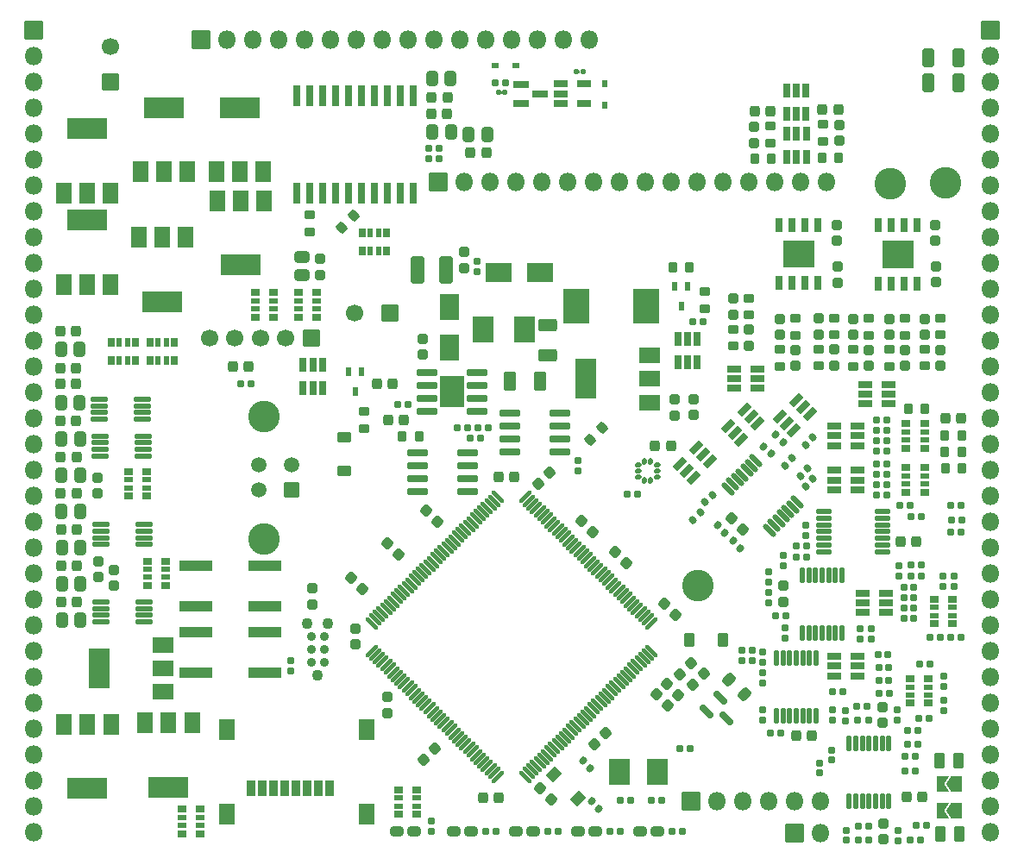
<source format=gbr>
%TF.GenerationSoftware,KiCad,Pcbnew,(6.0.1)*%
%TF.CreationDate,2023-04-04T00:04:59+01:00*%
%TF.ProjectId,polygonus-Shortage-Version,706f6c79-676f-46e7-9573-2d53686f7274,rev?*%
%TF.SameCoordinates,Original*%
%TF.FileFunction,Soldermask,Top*%
%TF.FilePolarity,Negative*%
%FSLAX46Y46*%
G04 Gerber Fmt 4.6, Leading zero omitted, Abs format (unit mm)*
G04 Created by KiCad (PCBNEW (6.0.1)) date 2023-04-04 00:04:59*
%MOMM*%
%LPD*%
G01*
G04 APERTURE LIST*
G04 Aperture macros list*
%AMRoundRect*
0 Rectangle with rounded corners*
0 $1 Rounding radius*
0 $2 $3 $4 $5 $6 $7 $8 $9 X,Y pos of 4 corners*
0 Add a 4 corners polygon primitive as box body*
4,1,4,$2,$3,$4,$5,$6,$7,$8,$9,$2,$3,0*
0 Add four circle primitives for the rounded corners*
1,1,$1+$1,$2,$3*
1,1,$1+$1,$4,$5*
1,1,$1+$1,$6,$7*
1,1,$1+$1,$8,$9*
0 Add four rect primitives between the rounded corners*
20,1,$1+$1,$2,$3,$4,$5,0*
20,1,$1+$1,$4,$5,$6,$7,0*
20,1,$1+$1,$6,$7,$8,$9,0*
20,1,$1+$1,$8,$9,$2,$3,0*%
%AMFreePoly0*
4,1,16,0.533941,0.783941,0.539938,0.776626,1.039938,0.026626,1.047068,-0.009414,1.039938,-0.026626,0.539938,-0.776626,0.509414,-0.797068,0.500000,-0.798000,-0.500000,-0.798000,-0.533941,-0.783941,-0.548000,-0.750000,-0.548000,0.750000,-0.533941,0.783941,-0.500000,0.798000,0.500000,0.798000,0.533941,0.783941,0.533941,0.783941,$1*%
%AMFreePoly1*
4,1,16,0.533941,0.783941,0.548000,0.750000,0.548000,-0.750000,0.533941,-0.783941,0.500000,-0.798000,-0.650000,-0.798000,-0.683941,-0.783941,-0.698000,-0.750000,-0.689938,-0.723374,-0.207689,0.000000,-0.689938,0.723374,-0.697068,0.759414,-0.676626,0.789938,-0.650000,0.798000,0.500000,0.798000,0.533941,0.783941,0.533941,0.783941,$1*%
G04 Aperture macros list end*
%ADD10RoundRect,0.273000X0.250000X-0.225000X0.250000X0.225000X-0.250000X0.225000X-0.250000X-0.225000X0*%
%ADD11RoundRect,0.183000X-0.135000X-0.185000X0.135000X-0.185000X0.135000X0.185000X-0.135000X0.185000X0*%
%ADD12RoundRect,0.183000X0.226274X0.035355X0.035355X0.226274X-0.226274X-0.035355X-0.035355X-0.226274X0*%
%ADD13RoundRect,0.148000X0.100000X-0.637500X0.100000X0.637500X-0.100000X0.637500X-0.100000X-0.637500X0*%
%ADD14RoundRect,0.148000X0.637500X0.100000X-0.637500X0.100000X-0.637500X-0.100000X0.637500X-0.100000X0*%
%ADD15RoundRect,0.048000X-0.325000X0.655000X-0.325000X-0.655000X0.325000X-0.655000X0.325000X0.655000X0*%
%ADD16RoundRect,0.048000X-0.300000X0.655000X-0.300000X-0.655000X0.300000X-0.655000X0.300000X0.655000X0*%
%ADD17RoundRect,0.048000X-0.750000X0.662500X-0.750000X-0.662500X0.750000X-0.662500X0.750000X0.662500X0*%
%ADD18RoundRect,0.273000X-0.250000X0.225000X-0.250000X-0.225000X0.250000X-0.225000X0.250000X0.225000X0*%
%ADD19RoundRect,0.183000X-0.226274X-0.035355X-0.035355X-0.226274X0.226274X0.035355X0.035355X0.226274X0*%
%ADD20RoundRect,0.273000X-0.225000X-0.250000X0.225000X-0.250000X0.225000X0.250000X-0.225000X0.250000X0*%
%ADD21RoundRect,0.273000X0.017678X-0.335876X0.335876X-0.017678X-0.017678X0.335876X-0.335876X0.017678X0*%
%ADD22RoundRect,0.188000X-0.140000X-0.170000X0.140000X-0.170000X0.140000X0.170000X-0.140000X0.170000X0*%
%ADD23RoundRect,0.273000X0.335876X0.017678X0.017678X0.335876X-0.335876X-0.017678X-0.017678X-0.335876X0*%
%ADD24RoundRect,0.273000X-0.335876X-0.017678X-0.017678X-0.335876X0.335876X0.017678X0.017678X0.335876X0*%
%ADD25RoundRect,0.266750X0.424264X0.114905X0.114905X0.424264X-0.424264X-0.114905X-0.114905X-0.424264X0*%
%ADD26RoundRect,0.248000X0.200000X0.275000X-0.200000X0.275000X-0.200000X-0.275000X0.200000X-0.275000X0*%
%ADD27RoundRect,0.048000X0.400000X0.250000X-0.400000X0.250000X-0.400000X-0.250000X0.400000X-0.250000X0*%
%ADD28RoundRect,0.048000X0.400000X0.200000X-0.400000X0.200000X-0.400000X-0.200000X0.400000X-0.200000X0*%
%ADD29RoundRect,0.148000X0.521491X-0.380070X-0.380070X0.521491X-0.521491X0.380070X0.380070X-0.521491X0*%
%ADD30RoundRect,0.048000X-0.250000X0.400000X-0.250000X-0.400000X0.250000X-0.400000X0.250000X0.400000X0*%
%ADD31RoundRect,0.048000X-0.200000X0.400000X-0.200000X-0.400000X0.200000X-0.400000X0.200000X0.400000X0*%
%ADD32RoundRect,0.183000X0.135000X0.185000X-0.135000X0.185000X-0.135000X-0.185000X0.135000X-0.185000X0*%
%ADD33RoundRect,0.273000X0.225000X0.250000X-0.225000X0.250000X-0.225000X-0.250000X0.225000X-0.250000X0*%
%ADD34RoundRect,0.123000X0.521491X-0.415425X-0.415425X0.521491X-0.521491X0.415425X0.415425X-0.521491X0*%
%ADD35RoundRect,0.123000X0.521491X0.415425X0.415425X0.521491X-0.521491X-0.415425X-0.415425X-0.521491X0*%
%ADD36RoundRect,0.298000X-0.325000X-0.650000X0.325000X-0.650000X0.325000X0.650000X-0.325000X0.650000X0*%
%ADD37RoundRect,0.248000X-0.200000X-0.275000X0.200000X-0.275000X0.200000X0.275000X-0.200000X0.275000X0*%
%ADD38RoundRect,0.188000X0.140000X0.170000X-0.140000X0.170000X-0.140000X-0.170000X0.140000X-0.170000X0*%
%ADD39RoundRect,0.048000X0.250000X-0.400000X0.250000X0.400000X-0.250000X0.400000X-0.250000X-0.400000X0*%
%ADD40RoundRect,0.048000X0.200000X-0.400000X0.200000X0.400000X-0.200000X0.400000X-0.200000X-0.400000X0*%
%ADD41RoundRect,0.048000X0.800000X0.800000X-0.800000X0.800000X-0.800000X-0.800000X0.800000X-0.800000X0*%
%ADD42C,1.696000*%
%ADD43RoundRect,0.048000X-1.250000X-0.900000X1.250000X-0.900000X1.250000X0.900000X-1.250000X0.900000X0*%
%ADD44RoundRect,0.048000X-0.400000X-0.250000X0.400000X-0.250000X0.400000X0.250000X-0.400000X0.250000X0*%
%ADD45RoundRect,0.048000X-0.400000X-0.200000X0.400000X-0.200000X0.400000X0.200000X-0.400000X0.200000X0*%
%ADD46RoundRect,0.298000X-0.262500X-0.450000X0.262500X-0.450000X0.262500X0.450000X-0.262500X0.450000X0*%
%ADD47RoundRect,0.148000X0.712500X0.100000X-0.712500X0.100000X-0.712500X-0.100000X0.712500X-0.100000X0*%
%ADD48RoundRect,0.260500X0.400000X0.212500X-0.400000X0.212500X-0.400000X-0.212500X0.400000X-0.212500X0*%
%ADD49RoundRect,0.183000X-0.185000X0.135000X-0.185000X-0.135000X0.185000X-0.135000X0.185000X0.135000X0*%
%ADD50RoundRect,0.248000X-0.275000X0.200000X-0.275000X-0.200000X0.275000X-0.200000X0.275000X0.200000X0*%
%ADD51RoundRect,0.248000X0.275000X-0.200000X0.275000X0.200000X-0.275000X0.200000X-0.275000X-0.200000X0*%
%ADD52RoundRect,0.048000X0.600000X-0.450000X0.600000X0.450000X-0.600000X0.450000X-0.600000X-0.450000X0*%
%ADD53RoundRect,0.298000X0.312500X0.625000X-0.312500X0.625000X-0.312500X-0.625000X0.312500X-0.625000X0*%
%ADD54RoundRect,0.298000X-0.312500X-0.625000X0.312500X-0.625000X0.312500X0.625000X-0.312500X0.625000X0*%
%ADD55C,3.096000*%
%ADD56RoundRect,0.198000X0.150000X-0.512500X0.150000X0.512500X-0.150000X0.512500X-0.150000X-0.512500X0*%
%ADD57RoundRect,0.048000X0.225000X0.350000X-0.225000X0.350000X-0.225000X-0.350000X0.225000X-0.350000X0*%
%ADD58RoundRect,0.183000X0.185000X-0.135000X0.185000X0.135000X-0.185000X0.135000X-0.185000X-0.135000X0*%
%ADD59RoundRect,0.048000X1.250000X-1.650000X1.250000X1.650000X-1.250000X1.650000X-1.250000X-1.650000X0*%
%ADD60RoundRect,0.183000X-0.035355X0.226274X-0.226274X0.035355X0.035355X-0.226274X0.226274X-0.035355X0*%
%ADD61RoundRect,0.183000X0.035355X-0.226274X0.226274X-0.035355X-0.035355X0.226274X-0.226274X0.035355X0*%
%ADD62RoundRect,0.198000X0.512500X0.150000X-0.512500X0.150000X-0.512500X-0.150000X0.512500X-0.150000X0*%
%ADD63RoundRect,0.188000X-0.170000X0.140000X-0.170000X-0.140000X0.170000X-0.140000X0.170000X0.140000X0*%
%ADD64RoundRect,0.188000X0.170000X-0.140000X0.170000X0.140000X-0.170000X0.140000X-0.170000X-0.140000X0*%
%ADD65RoundRect,0.148000X-0.100000X0.637500X-0.100000X-0.637500X0.100000X-0.637500X0.100000X0.637500X0*%
%ADD66RoundRect,0.048000X1.000000X0.750000X-1.000000X0.750000X-1.000000X-0.750000X1.000000X-0.750000X0*%
%ADD67RoundRect,0.048000X1.000000X1.900000X-1.000000X1.900000X-1.000000X-1.900000X1.000000X-1.900000X0*%
%ADD68RoundRect,0.048000X-1.000000X-1.200000X1.000000X-1.200000X1.000000X1.200000X-1.000000X1.200000X0*%
%ADD69RoundRect,0.198000X-0.825000X-0.150000X0.825000X-0.150000X0.825000X0.150000X-0.825000X0.150000X0*%
%ADD70RoundRect,0.048000X-1.145000X-1.500000X1.145000X-1.500000X1.145000X1.500000X-1.145000X1.500000X0*%
%ADD71RoundRect,0.048000X0.900000X-1.250000X0.900000X1.250000X-0.900000X1.250000X-0.900000X-1.250000X0*%
%ADD72RoundRect,0.198000X-0.150000X0.512500X-0.150000X-0.512500X0.150000X-0.512500X0.150000X0.512500X0*%
%ADD73RoundRect,0.298000X0.375000X1.075000X-0.375000X1.075000X-0.375000X-1.075000X0.375000X-1.075000X0*%
%ADD74RoundRect,0.248000X-0.053033X0.335876X-0.335876X0.053033X0.053033X-0.335876X0.335876X-0.053033X0*%
%ADD75RoundRect,0.048000X0.950000X1.250000X-0.950000X1.250000X-0.950000X-1.250000X0.950000X-1.250000X0*%
%ADD76RoundRect,0.298000X-0.650000X0.325000X-0.650000X-0.325000X0.650000X-0.325000X0.650000X0.325000X0*%
%ADD77RoundRect,0.298000X-0.250000X-0.475000X0.250000X-0.475000X0.250000X0.475000X-0.250000X0.475000X0*%
%ADD78RoundRect,0.048000X0.850000X-0.850000X0.850000X0.850000X-0.850000X0.850000X-0.850000X-0.850000X0*%
%ADD79O,1.796000X1.796000*%
%ADD80RoundRect,0.048000X0.800000X-0.800000X0.800000X0.800000X-0.800000X0.800000X-0.800000X-0.800000X0*%
%ADD81FreePoly0,180.000000*%
%ADD82FreePoly1,180.000000*%
%ADD83RoundRect,0.048000X0.400000X0.750000X-0.400000X0.750000X-0.400000X-0.750000X0.400000X-0.750000X0*%
%ADD84RoundRect,0.048000X0.725000X1.000000X-0.725000X1.000000X-0.725000X-1.000000X0.725000X-1.000000X0*%
%ADD85RoundRect,0.048000X-0.700000X0.700000X-0.700000X-0.700000X0.700000X-0.700000X0.700000X0.700000X0*%
%ADD86C,1.496000*%
%ADD87RoundRect,0.298000X-0.450000X0.262500X-0.450000X-0.262500X0.450000X-0.262500X0.450000X0.262500X0*%
%ADD88RoundRect,0.198000X-0.521491X0.309359X0.309359X-0.521491X0.521491X-0.309359X-0.309359X0.521491X0*%
%ADD89RoundRect,0.148000X-0.100000X0.175000X-0.100000X-0.175000X0.100000X-0.175000X0.100000X0.175000X0*%
%ADD90RoundRect,0.148000X-0.175000X0.100000X-0.175000X-0.100000X0.175000X-0.100000X0.175000X0.100000X0*%
%ADD91RoundRect,0.048000X-1.600000X-0.500000X1.600000X-0.500000X1.600000X0.500000X-1.600000X0.500000X0*%
%ADD92RoundRect,0.048000X1.600000X0.500000X-1.600000X0.500000X-1.600000X-0.500000X1.600000X-0.500000X0*%
%ADD93C,1.086600*%
%ADD94C,0.883400*%
%ADD95RoundRect,0.048000X-0.450000X-0.600000X0.450000X-0.600000X0.450000X0.600000X-0.450000X0.600000X0*%
%ADD96RoundRect,0.048000X-0.742462X-0.106066X-0.106066X-0.742462X0.742462X0.106066X0.106066X0.742462X0*%
%ADD97RoundRect,0.048000X0.225000X-0.300000X0.225000X0.300000X-0.225000X0.300000X-0.225000X-0.300000X0*%
%ADD98RoundRect,0.198000X-0.512500X-0.150000X0.512500X-0.150000X0.512500X0.150000X-0.512500X0.150000X0*%
%ADD99RoundRect,0.048000X0.750000X-1.000000X0.750000X1.000000X-0.750000X1.000000X-0.750000X-1.000000X0*%
%ADD100RoundRect,0.048000X1.900000X-1.000000X1.900000X1.000000X-1.900000X1.000000X-1.900000X-1.000000X0*%
%ADD101RoundRect,0.198000X0.256326X0.468458X-0.468458X-0.256326X-0.256326X-0.468458X0.468458X0.256326X0*%
%ADD102RoundRect,0.048000X0.275000X0.975000X-0.275000X0.975000X-0.275000X-0.975000X0.275000X-0.975000X0*%
%ADD103RoundRect,0.248000X0.053033X-0.335876X0.335876X-0.053033X-0.053033X0.335876X-0.335876X0.053033X0*%
%ADD104RoundRect,0.148000X-0.130000X-0.100000X0.130000X-0.100000X0.130000X0.100000X-0.130000X0.100000X0*%
%ADD105RoundRect,0.048000X-0.750000X1.000000X-0.750000X-1.000000X0.750000X-1.000000X0.750000X1.000000X0*%
%ADD106RoundRect,0.048000X-1.900000X1.000000X-1.900000X-1.000000X1.900000X-1.000000X1.900000X1.000000X0*%
%ADD107RoundRect,0.198000X-0.587500X-0.150000X0.587500X-0.150000X0.587500X0.150000X-0.587500X0.150000X0*%
%ADD108RoundRect,0.048000X-0.300000X-0.225000X0.300000X-0.225000X0.300000X0.225000X-0.300000X0.225000X0*%
%ADD109RoundRect,0.198000X0.825000X0.150000X-0.825000X0.150000X-0.825000X-0.150000X0.825000X-0.150000X0*%
%ADD110RoundRect,0.148000X0.130000X0.100000X-0.130000X0.100000X-0.130000X-0.100000X0.130000X-0.100000X0*%
%ADD111RoundRect,0.048000X0.850000X0.850000X-0.850000X0.850000X-0.850000X-0.850000X0.850000X-0.850000X0*%
%ADD112RoundRect,0.048000X-0.850000X0.850000X-0.850000X-0.850000X0.850000X-0.850000X0.850000X0.850000X0*%
G04 APERTURE END LIST*
D10*
%TO.C,C2*%
X140279326Y-82139052D03*
X140279326Y-80589052D03*
%TD*%
D11*
%TO.C,R76*%
X151406975Y-106610683D03*
X152426975Y-106610683D03*
%TD*%
%TO.C,R77*%
X151418194Y-105421414D03*
X152438194Y-105421414D03*
%TD*%
%TO.C,R78*%
X151395755Y-104030194D03*
X152415755Y-104030194D03*
%TD*%
D12*
%TO.C,R4*%
X116838124Y-133803124D03*
X116116876Y-133081876D03*
%TD*%
D13*
%TO.C,U19*%
X136816000Y-116556500D03*
X137466000Y-116556500D03*
X138116000Y-116556500D03*
X138766000Y-116556500D03*
X139416000Y-116556500D03*
X140066000Y-116556500D03*
X140716000Y-116556500D03*
X140716000Y-110831500D03*
X140066000Y-110831500D03*
X139416000Y-110831500D03*
X138766000Y-110831500D03*
X138116000Y-110831500D03*
X137466000Y-110831500D03*
X136816000Y-110831500D03*
%TD*%
D14*
%TO.C,U21*%
X144676500Y-108532000D03*
X144676500Y-107882000D03*
X144676500Y-107232000D03*
X144676500Y-106582000D03*
X144676500Y-105932000D03*
X144676500Y-105282000D03*
X144676500Y-104632000D03*
X138951500Y-104632000D03*
X138951500Y-105282000D03*
X138951500Y-105932000D03*
X138951500Y-106582000D03*
X138951500Y-107232000D03*
X138951500Y-107882000D03*
X138951500Y-108532000D03*
%TD*%
D15*
%TO.C,U1*%
X148090671Y-76525877D03*
X146820671Y-76525877D03*
X145550671Y-76525877D03*
D16*
X144280671Y-76525877D03*
D15*
X144280671Y-82215877D03*
X145550671Y-82215877D03*
X146820671Y-82215877D03*
X148090671Y-82215877D03*
D17*
X146935671Y-78708377D03*
X145435671Y-80033377D03*
X146935671Y-80033377D03*
X145435671Y-78708377D03*
%TD*%
D15*
%TO.C,U2*%
X138359142Y-76488011D03*
X137089142Y-76488011D03*
X135819142Y-76488011D03*
D16*
X134549142Y-76488011D03*
D15*
X134549142Y-82178011D03*
X135819142Y-82178011D03*
X137089142Y-82178011D03*
X138359142Y-82178011D03*
D17*
X137204142Y-79995511D03*
X135704142Y-78670511D03*
X135704142Y-79995511D03*
X137204142Y-78670511D03*
%TD*%
D18*
%TO.C,C3*%
X149815912Y-76489231D03*
X149815912Y-78039231D03*
%TD*%
D10*
%TO.C,C5*%
X149970368Y-82112502D03*
X149970368Y-80562502D03*
%TD*%
D18*
%TO.C,C9*%
X140172736Y-76472402D03*
X140172736Y-78022402D03*
%TD*%
D19*
%TO.C,R1*%
X115291376Y-129081376D03*
X116012624Y-129802624D03*
%TD*%
D20*
%TO.C,C46*%
X136213000Y-126648000D03*
X137763000Y-126648000D03*
%TD*%
D10*
%TO.C,C51*%
X134956000Y-113453000D03*
X134956000Y-111903000D03*
%TD*%
D20*
%TO.C,C56*%
X146470266Y-107582392D03*
X148020266Y-107582392D03*
%TD*%
D21*
%TO.C,C77*%
X110912992Y-101923008D03*
X112009008Y-100826992D03*
%TD*%
D22*
%TO.C,C74*%
X118982000Y-132998000D03*
X119942000Y-132998000D03*
%TD*%
D20*
%TO.C,C61*%
X107003000Y-101248000D03*
X108553000Y-101248000D03*
%TD*%
D23*
%TO.C,C64*%
X123566008Y-123640008D03*
X122469992Y-122543992D03*
%TD*%
%TO.C,C65*%
X124328008Y-114750008D03*
X123231992Y-113653992D03*
%TD*%
D24*
%TO.C,C66*%
X99863992Y-104509992D03*
X100960008Y-105606008D03*
%TD*%
D21*
%TO.C,C81*%
X124755992Y-120592008D03*
X125852008Y-119495992D03*
%TD*%
%TO.C,C82*%
X126025992Y-121608008D03*
X127122008Y-120511992D03*
%TD*%
D23*
%TO.C,C40*%
X130932008Y-106368008D03*
X129835992Y-105271992D03*
%TD*%
D25*
%TO.C,FB1*%
X131135301Y-122573301D03*
X129632699Y-121070699D03*
%TD*%
D11*
%TO.C,R75*%
X147478315Y-109819465D03*
X148498315Y-109819465D03*
%TD*%
%TO.C,R89*%
X124794000Y-127918000D03*
X125814000Y-127918000D03*
%TD*%
D26*
%TO.C,R39*%
X152479537Y-100370684D03*
X150829537Y-100370684D03*
%TD*%
%TO.C,R40*%
X152445878Y-98788732D03*
X150795878Y-98788732D03*
%TD*%
%TO.C,R41*%
X152457098Y-97128243D03*
X150807098Y-97128243D03*
%TD*%
%TO.C,R42*%
X148862000Y-94517000D03*
X147212000Y-94517000D03*
%TD*%
D27*
%TO.C,RN2*%
X149163074Y-123430926D03*
D28*
X149163074Y-122630926D03*
X149163074Y-121830926D03*
D27*
X149163074Y-121030926D03*
X147363074Y-121030926D03*
D28*
X147363074Y-121830926D03*
X147363074Y-122630926D03*
D27*
X147363074Y-123430926D03*
%TD*%
%TO.C,RN3*%
X151577709Y-115605074D03*
D28*
X151577709Y-114805074D03*
X151577709Y-114005074D03*
D27*
X151577709Y-113205074D03*
X149777709Y-113205074D03*
D28*
X149777709Y-114005074D03*
X149777709Y-114805074D03*
D27*
X149777709Y-115605074D03*
%TD*%
%TO.C,RN4*%
X148810000Y-102702000D03*
D28*
X148810000Y-101902000D03*
X148810000Y-101102000D03*
D27*
X148810000Y-100302000D03*
X147010000Y-100302000D03*
D28*
X147010000Y-101102000D03*
X147010000Y-101902000D03*
D27*
X147010000Y-102702000D03*
%TD*%
%TO.C,RN1*%
X148810000Y-98384000D03*
D28*
X148810000Y-97584000D03*
X148810000Y-96784000D03*
D27*
X148810000Y-95984000D03*
X147010000Y-95984000D03*
D28*
X147010000Y-96784000D03*
X147010000Y-97584000D03*
D27*
X147010000Y-98384000D03*
%TD*%
D29*
%TO.C,U15*%
X133569235Y-106428951D03*
X134028854Y-105969332D03*
X134488474Y-105509713D03*
X134948093Y-105050093D03*
X135407713Y-104590474D03*
X135867332Y-104130854D03*
X136326951Y-103671235D03*
X132278765Y-99623049D03*
X131819146Y-100082668D03*
X131359526Y-100542287D03*
X130899907Y-101001907D03*
X130440287Y-101461526D03*
X129980668Y-101921146D03*
X129521049Y-102380765D03*
%TD*%
D20*
%TO.C,C83*%
X80938462Y-90384858D03*
X82488462Y-90384858D03*
%TD*%
D11*
%TO.C,R98*%
X81676730Y-92033125D03*
X82696730Y-92033125D03*
%TD*%
D18*
%TO.C,C85*%
X89494413Y-79815297D03*
X89494413Y-81365297D03*
%TD*%
D20*
%TO.C,C86*%
X104247164Y-69398713D03*
X105797164Y-69398713D03*
%TD*%
D30*
%TO.C,RN11*%
X96026175Y-77253732D03*
D31*
X95226175Y-77253732D03*
X94426175Y-77253732D03*
D30*
X93626175Y-77253732D03*
X93626175Y-79053732D03*
D31*
X94426175Y-79053732D03*
X95226175Y-79053732D03*
D30*
X96026175Y-79053732D03*
%TD*%
D18*
%TO.C,C84*%
X126130133Y-93586905D03*
X126130133Y-95136905D03*
%TD*%
D32*
%TO.C,R97*%
X127084000Y-86008000D03*
X126064000Y-86008000D03*
%TD*%
D13*
%TO.C,U17*%
X134276000Y-124684500D03*
X134926000Y-124684500D03*
X135576000Y-124684500D03*
X136226000Y-124684500D03*
X136876000Y-124684500D03*
X137526000Y-124684500D03*
X138176000Y-124684500D03*
X138176000Y-118959500D03*
X137526000Y-118959500D03*
X136876000Y-118959500D03*
X136226000Y-118959500D03*
X135576000Y-118959500D03*
X134926000Y-118959500D03*
X134276000Y-118959500D03*
%TD*%
D24*
%TO.C,C67*%
X96053992Y-107710392D03*
X97150008Y-108806408D03*
%TD*%
D23*
%TO.C,C68*%
X119502008Y-109670008D03*
X118405992Y-108573992D03*
%TD*%
D18*
%TO.C,C69*%
X96094000Y-122825000D03*
X96094000Y-124375000D03*
%TD*%
D33*
%TO.C,C71*%
X107029000Y-132744000D03*
X105479000Y-132744000D03*
%TD*%
D10*
%TO.C,C73*%
X92919000Y-117644000D03*
X92919000Y-116094000D03*
%TD*%
D21*
%TO.C,C76*%
X116373992Y-127450008D03*
X117470008Y-126353992D03*
%TD*%
D34*
%TO.C,U26*%
X109628342Y-130644710D03*
X109981895Y-130291157D03*
X110335449Y-129937604D03*
X110689002Y-129584050D03*
X111042555Y-129230497D03*
X111396109Y-128876943D03*
X111749662Y-128523390D03*
X112103215Y-128169837D03*
X112456769Y-127816283D03*
X112810322Y-127462730D03*
X113163876Y-127109176D03*
X113517429Y-126755623D03*
X113870982Y-126402070D03*
X114224536Y-126048516D03*
X114578089Y-125694963D03*
X114931643Y-125341410D03*
X115285196Y-124987856D03*
X115638749Y-124634303D03*
X115992303Y-124280749D03*
X116345856Y-123927196D03*
X116699410Y-123573643D03*
X117052963Y-123220089D03*
X117406516Y-122866536D03*
X117760070Y-122512982D03*
X118113623Y-122159429D03*
X118467176Y-121805876D03*
X118820730Y-121452322D03*
X119174283Y-121098769D03*
X119527837Y-120745215D03*
X119881390Y-120391662D03*
X120234943Y-120038109D03*
X120588497Y-119684555D03*
X120942050Y-119331002D03*
X121295604Y-118977449D03*
X121649157Y-118623895D03*
X122002710Y-118270342D03*
D35*
X122002710Y-115565658D03*
X121649157Y-115212105D03*
X121295604Y-114858551D03*
X120942050Y-114504998D03*
X120588497Y-114151445D03*
X120234943Y-113797891D03*
X119881390Y-113444338D03*
X119527837Y-113090785D03*
X119174283Y-112737231D03*
X118820730Y-112383678D03*
X118467176Y-112030124D03*
X118113623Y-111676571D03*
X117760070Y-111323018D03*
X117406516Y-110969464D03*
X117052963Y-110615911D03*
X116699410Y-110262357D03*
X116345856Y-109908804D03*
X115992303Y-109555251D03*
X115638749Y-109201697D03*
X115285196Y-108848144D03*
X114931643Y-108494590D03*
X114578089Y-108141037D03*
X114224536Y-107787484D03*
X113870982Y-107433930D03*
X113517429Y-107080377D03*
X113163876Y-106726824D03*
X112810322Y-106373270D03*
X112456769Y-106019717D03*
X112103215Y-105666163D03*
X111749662Y-105312610D03*
X111396109Y-104959057D03*
X111042555Y-104605503D03*
X110689002Y-104251950D03*
X110335449Y-103898396D03*
X109981895Y-103544843D03*
X109628342Y-103191290D03*
D34*
X106923658Y-103191290D03*
X106570105Y-103544843D03*
X106216551Y-103898396D03*
X105862998Y-104251950D03*
X105509445Y-104605503D03*
X105155891Y-104959057D03*
X104802338Y-105312610D03*
X104448785Y-105666163D03*
X104095231Y-106019717D03*
X103741678Y-106373270D03*
X103388124Y-106726824D03*
X103034571Y-107080377D03*
X102681018Y-107433930D03*
X102327464Y-107787484D03*
X101973911Y-108141037D03*
X101620357Y-108494590D03*
X101266804Y-108848144D03*
X100913251Y-109201697D03*
X100559697Y-109555251D03*
X100206144Y-109908804D03*
X99852590Y-110262357D03*
X99499037Y-110615911D03*
X99145484Y-110969464D03*
X98791930Y-111323018D03*
X98438377Y-111676571D03*
X98084824Y-112030124D03*
X97731270Y-112383678D03*
X97377717Y-112737231D03*
X97024163Y-113090785D03*
X96670610Y-113444338D03*
X96317057Y-113797891D03*
X95963503Y-114151445D03*
X95609950Y-114504998D03*
X95256396Y-114858551D03*
X94902843Y-115212105D03*
X94549290Y-115565658D03*
D35*
X94549290Y-118270342D03*
X94902843Y-118623895D03*
X95256396Y-118977449D03*
X95609950Y-119331002D03*
X95963503Y-119684555D03*
X96317057Y-120038109D03*
X96670610Y-120391662D03*
X97024163Y-120745215D03*
X97377717Y-121098769D03*
X97731270Y-121452322D03*
X98084824Y-121805876D03*
X98438377Y-122159429D03*
X98791930Y-122512982D03*
X99145484Y-122866536D03*
X99499037Y-123220089D03*
X99852590Y-123573643D03*
X100206144Y-123927196D03*
X100559697Y-124280749D03*
X100913251Y-124634303D03*
X101266804Y-124987856D03*
X101620357Y-125341410D03*
X101973911Y-125694963D03*
X102327464Y-126048516D03*
X102681018Y-126402070D03*
X103034571Y-126755623D03*
X103388124Y-127109176D03*
X103741678Y-127462730D03*
X104095231Y-127816283D03*
X104448785Y-128169837D03*
X104802338Y-128523390D03*
X105155891Y-128876943D03*
X105509445Y-129230497D03*
X105862998Y-129584050D03*
X106216551Y-129937604D03*
X106570105Y-130291157D03*
X106923658Y-130644710D03*
%TD*%
D33*
%TO.C,C7*%
X96615000Y-92104000D03*
X95065000Y-92104000D03*
%TD*%
D36*
%TO.C,C12*%
X108081000Y-91850000D03*
X111031000Y-91850000D03*
%TD*%
D37*
%TO.C,R9*%
X124098000Y-80674000D03*
X125748000Y-80674000D03*
%TD*%
D38*
%TO.C,C75*%
X122990000Y-132998000D03*
X122030000Y-132998000D03*
%TD*%
D23*
%TO.C,C62*%
X116200008Y-106622008D03*
X115103992Y-105525992D03*
%TD*%
D27*
%TO.C,RN10*%
X77714751Y-136243729D03*
D28*
X77714751Y-135443729D03*
X77714751Y-134643729D03*
D27*
X77714751Y-133843729D03*
X75914751Y-133843729D03*
D28*
X75914751Y-134643729D03*
X75914751Y-135443729D03*
D27*
X75914751Y-136243729D03*
%TD*%
D39*
%TO.C,RN6*%
X72803547Y-89770414D03*
D40*
X73603547Y-89770414D03*
X74403547Y-89770414D03*
D39*
X75203547Y-89770414D03*
X75203547Y-87970414D03*
D40*
X74403547Y-87970414D03*
X73603547Y-87970414D03*
D39*
X72803547Y-87970414D03*
%TD*%
%TO.C,RN8*%
X68983013Y-89770414D03*
D40*
X69783013Y-89770414D03*
X70583013Y-89770414D03*
D39*
X71383013Y-89770414D03*
X71383013Y-87970414D03*
D40*
X70583013Y-87970414D03*
X69783013Y-87970414D03*
D39*
X68983013Y-87970414D03*
%TD*%
D41*
%TO.C,C6*%
X96348000Y-85119000D03*
D42*
X92848000Y-85119000D03*
%TD*%
D10*
%TO.C,C4*%
X103587000Y-80687000D03*
X103587000Y-79137000D03*
%TD*%
D43*
%TO.C,D2*%
X107048000Y-81182000D03*
X111048000Y-81182000D03*
%TD*%
D27*
%TO.C,RN5*%
X89168921Y-85521111D03*
D28*
X89168921Y-84721111D03*
X89168921Y-83921111D03*
D27*
X89168921Y-83121111D03*
X87368921Y-83121111D03*
D28*
X87368921Y-83921111D03*
X87368921Y-84721111D03*
D27*
X87368921Y-85521111D03*
%TD*%
%TO.C,RN7*%
X84900059Y-85521111D03*
D28*
X84900059Y-84721111D03*
X84900059Y-83921111D03*
D27*
X84900059Y-83121111D03*
X83100059Y-83121111D03*
D28*
X83100059Y-83921111D03*
X83100059Y-84721111D03*
D27*
X83100059Y-85521111D03*
%TD*%
D44*
%TO.C,RN9*%
X97208197Y-131943853D03*
D45*
X97208197Y-132743853D03*
X97208197Y-133543853D03*
D44*
X97208197Y-134343853D03*
X99008197Y-134343853D03*
D45*
X99008197Y-133543853D03*
X99008197Y-132743853D03*
D44*
X99008197Y-131943853D03*
%TD*%
D10*
%TO.C,C91*%
X67693944Y-111022409D03*
X67693944Y-109472409D03*
%TD*%
D20*
%TO.C,C93*%
X64087605Y-113499835D03*
X65637605Y-113499835D03*
%TD*%
%TO.C,C94*%
X64087605Y-109926207D03*
X65637605Y-109926207D03*
%TD*%
D18*
%TO.C,C92*%
X69233852Y-110344871D03*
X69233852Y-111894871D03*
%TD*%
D20*
%TO.C,C95*%
X64074610Y-106378569D03*
X65624610Y-106378569D03*
%TD*%
%TO.C,C96*%
X64035625Y-102830930D03*
X65585625Y-102830930D03*
%TD*%
D10*
%TO.C,C97*%
X67647411Y-102854419D03*
X67647411Y-101304419D03*
%TD*%
D20*
%TO.C,C99*%
X64030925Y-99257302D03*
X65580925Y-99257302D03*
%TD*%
%TO.C,C100*%
X64004935Y-95722659D03*
X65554935Y-95722659D03*
%TD*%
%TO.C,C98*%
X63990668Y-86902919D03*
X65540668Y-86902919D03*
%TD*%
%TO.C,C101*%
X63996640Y-92072110D03*
X65546640Y-92072110D03*
%TD*%
%TO.C,C102*%
X63978945Y-90512709D03*
X65528945Y-90512709D03*
%TD*%
D46*
%TO.C,R108*%
X64145031Y-115280152D03*
X65970031Y-115280152D03*
%TD*%
%TO.C,R109*%
X64145031Y-111719518D03*
X65970031Y-111719518D03*
%TD*%
%TO.C,R110*%
X64132036Y-108158885D03*
X65957036Y-108158885D03*
%TD*%
%TO.C,R111*%
X64121890Y-104598252D03*
X65946890Y-104598252D03*
%TD*%
%TO.C,R112*%
X64082905Y-101050614D03*
X65907905Y-101050614D03*
%TD*%
%TO.C,R113*%
X64080056Y-97476986D03*
X65905056Y-97476986D03*
%TD*%
%TO.C,R114*%
X64069910Y-93943392D03*
X65894910Y-93943392D03*
%TD*%
%TO.C,R115*%
X64048093Y-88696231D03*
X65873093Y-88696231D03*
%TD*%
D47*
%TO.C,U42*%
X72243008Y-115432792D03*
X72243008Y-114782792D03*
X72243008Y-114132792D03*
X72243008Y-113482792D03*
X68018008Y-113482792D03*
X68018008Y-114132792D03*
X68018008Y-114782792D03*
X68018008Y-115432792D03*
%TD*%
%TO.C,U43*%
X72243008Y-107850203D03*
X72243008Y-107200203D03*
X72243008Y-106550203D03*
X72243008Y-105900203D03*
X68018008Y-105900203D03*
X68018008Y-106550203D03*
X68018008Y-107200203D03*
X68018008Y-107850203D03*
%TD*%
%TO.C,U44*%
X72157730Y-99145795D03*
X72157730Y-98495795D03*
X72157730Y-97845795D03*
X72157730Y-97195795D03*
X67932730Y-97195795D03*
X67932730Y-97845795D03*
X67932730Y-98495795D03*
X67932730Y-99145795D03*
%TD*%
%TO.C,U45*%
X72074073Y-95540053D03*
X72074073Y-94890053D03*
X72074073Y-94240053D03*
X72074073Y-93590053D03*
X67849073Y-93590053D03*
X67849073Y-94240053D03*
X67849073Y-94890053D03*
X67849073Y-95540053D03*
%TD*%
D48*
%TO.C,D9*%
X98684500Y-136046000D03*
X97059500Y-136046000D03*
%TD*%
D49*
%TO.C,R91*%
X100412000Y-135028000D03*
X100412000Y-136048000D03*
%TD*%
D27*
%TO.C,RN12*%
X74340463Y-111864298D03*
D28*
X74340463Y-111064298D03*
X74340463Y-110264298D03*
D27*
X74340463Y-109464298D03*
X72540463Y-109464298D03*
D28*
X72540463Y-110264298D03*
X72540463Y-111064298D03*
D27*
X72540463Y-111864298D03*
%TD*%
D44*
%TO.C,RN13*%
X70692447Y-100694240D03*
D45*
X70692447Y-101494240D03*
X70692447Y-102294240D03*
D44*
X70692447Y-103094240D03*
X72492447Y-103094240D03*
D45*
X72492447Y-102294240D03*
X72492447Y-101494240D03*
D44*
X72492447Y-100694240D03*
%TD*%
D10*
%TO.C,C28*%
X138445903Y-87221526D03*
X138445903Y-85671526D03*
%TD*%
%TO.C,C35*%
X131595940Y-88309373D03*
X131595940Y-86759373D03*
%TD*%
%TO.C,C30*%
X143368196Y-90313500D03*
X143368196Y-88763500D03*
%TD*%
%TO.C,C25*%
X148832828Y-87227287D03*
X148832828Y-85677287D03*
%TD*%
%TO.C,C31*%
X150356828Y-90275287D03*
X150356828Y-88725287D03*
%TD*%
%TO.C,C26*%
X145356632Y-87243294D03*
X145356632Y-85693294D03*
%TD*%
%TO.C,C32*%
X146880632Y-90291294D03*
X146880632Y-88741294D03*
%TD*%
%TO.C,C27*%
X134625131Y-87274915D03*
X134625131Y-85724915D03*
%TD*%
%TO.C,C33*%
X136157702Y-90313175D03*
X136157702Y-88763175D03*
%TD*%
D50*
%TO.C,R27*%
X139969903Y-85621526D03*
X139969903Y-87271526D03*
%TD*%
D51*
%TO.C,R33*%
X138445903Y-90319526D03*
X138445903Y-88669526D03*
%TD*%
D50*
%TO.C,R28*%
X131595940Y-83661373D03*
X131595940Y-85311373D03*
%TD*%
D51*
%TO.C,R34*%
X130071940Y-88359373D03*
X130071940Y-86709373D03*
%TD*%
D50*
%TO.C,R23*%
X143368196Y-85665500D03*
X143368196Y-87315500D03*
%TD*%
D51*
%TO.C,R29*%
X141844196Y-90363500D03*
X141844196Y-88713500D03*
%TD*%
D50*
%TO.C,R24*%
X150356828Y-85627287D03*
X150356828Y-87277287D03*
%TD*%
D51*
%TO.C,R30*%
X148832828Y-90325287D03*
X148832828Y-88675287D03*
%TD*%
D50*
%TO.C,R25*%
X146880632Y-85643294D03*
X146880632Y-87293294D03*
%TD*%
D51*
%TO.C,R31*%
X145356632Y-90341294D03*
X145356632Y-88691294D03*
%TD*%
D50*
%TO.C,R26*%
X136157702Y-85665175D03*
X136157702Y-87315175D03*
%TD*%
D20*
%TO.C,C41*%
X150879537Y-95467754D03*
X152429537Y-95467754D03*
%TD*%
D51*
%TO.C,R32*%
X134633702Y-90363175D03*
X134633702Y-88713175D03*
%TD*%
D10*
%TO.C,C24*%
X141844196Y-87265500D03*
X141844196Y-85715500D03*
%TD*%
%TO.C,C29*%
X130071940Y-85261373D03*
X130071940Y-83711373D03*
%TD*%
%TO.C,C34*%
X139969903Y-90269526D03*
X139969903Y-88719526D03*
%TD*%
D23*
%TO.C,C78*%
X93594008Y-112210008D03*
X92497992Y-111113992D03*
%TD*%
D21*
%TO.C,C72*%
X99609992Y-128974008D03*
X100706008Y-127877992D03*
%TD*%
D52*
%TO.C,D14*%
X91873462Y-100575405D03*
X91873462Y-97275405D03*
%TD*%
D53*
%TO.C,F2*%
X152110448Y-60060439D03*
X149185448Y-60060439D03*
%TD*%
D54*
%TO.C,F1*%
X149185448Y-62483854D03*
X152110448Y-62483854D03*
%TD*%
D48*
%TO.C,D10*%
X104272500Y-136046000D03*
X102647500Y-136046000D03*
%TD*%
%TO.C,D11*%
X110368500Y-136046000D03*
X108743500Y-136046000D03*
%TD*%
%TO.C,D12*%
X116464500Y-136046000D03*
X114839500Y-136046000D03*
%TD*%
%TO.C,D13*%
X122560500Y-136046000D03*
X120935500Y-136046000D03*
%TD*%
D32*
%TO.C,R92*%
X106764000Y-136046000D03*
X105744000Y-136046000D03*
%TD*%
%TO.C,R93*%
X112860000Y-136046000D03*
X111840000Y-136046000D03*
%TD*%
%TO.C,R94*%
X118956000Y-136046000D03*
X117936000Y-136046000D03*
%TD*%
%TO.C,R95*%
X125052000Y-136046000D03*
X124032000Y-136046000D03*
%TD*%
D55*
%TO.C,J1*%
X150867985Y-72300565D03*
%TD*%
%TO.C,J2*%
X145437176Y-72388158D03*
%TD*%
%TO.C,J3*%
X126574000Y-111916000D03*
%TD*%
D56*
%TO.C,U27*%
X87825201Y-92475917D03*
X88775201Y-92475917D03*
X89725201Y-92475917D03*
X89725201Y-90200917D03*
X88775201Y-90200917D03*
X87825201Y-90200917D03*
%TD*%
D57*
%TO.C,D4*%
X125573000Y-82468000D03*
X124273000Y-82468000D03*
X124923000Y-84468000D03*
%TD*%
D58*
%TO.C,R90*%
X86569000Y-120300000D03*
X86569000Y-119280000D03*
%TD*%
D10*
%TO.C,C79*%
X88728000Y-113707000D03*
X88728000Y-112157000D03*
%TD*%
D41*
%TO.C,J13*%
X88610209Y-87595853D03*
D42*
X86110209Y-87595853D03*
X83610209Y-87595853D03*
X81110209Y-87595853D03*
X78610209Y-87595853D03*
%TD*%
D59*
%TO.C,D1*%
X114665000Y-84484000D03*
X121465000Y-84484000D03*
%TD*%
D38*
%TO.C,C47*%
X145326731Y-122432877D03*
X144366731Y-122432877D03*
%TD*%
%TO.C,C48*%
X145289333Y-121165643D03*
X144329333Y-121165643D03*
%TD*%
%TO.C,C49*%
X145289333Y-119916537D03*
X144329333Y-119916537D03*
%TD*%
%TO.C,C50*%
X145224535Y-118648731D03*
X144264535Y-118648731D03*
%TD*%
%TO.C,C52*%
X147727414Y-115087709D03*
X146767414Y-115087709D03*
%TD*%
%TO.C,C53*%
X147727414Y-114071709D03*
X146767414Y-114071709D03*
%TD*%
%TO.C,C54*%
X147727414Y-113055709D03*
X146767414Y-113055709D03*
%TD*%
%TO.C,C55*%
X147727414Y-112039709D03*
X146767414Y-112039709D03*
%TD*%
%TO.C,C57*%
X145088000Y-103026000D03*
X144128000Y-103026000D03*
%TD*%
%TO.C,C58*%
X145088000Y-102010000D03*
X144128000Y-102010000D03*
%TD*%
%TO.C,C59*%
X145088000Y-100994000D03*
X144128000Y-100994000D03*
%TD*%
%TO.C,C60*%
X145088000Y-99978000D03*
X144128000Y-99978000D03*
%TD*%
%TO.C,C42*%
X145088000Y-98708000D03*
X144128000Y-98708000D03*
%TD*%
%TO.C,C43*%
X145088000Y-97692000D03*
X144128000Y-97692000D03*
%TD*%
%TO.C,C44*%
X145088000Y-96676000D03*
X144128000Y-96676000D03*
%TD*%
%TO.C,C45*%
X145088000Y-95660000D03*
X144128000Y-95660000D03*
%TD*%
D49*
%TO.C,R56*%
X139782000Y-124106000D03*
X139782000Y-125126000D03*
%TD*%
D11*
%TO.C,R57*%
X130890000Y-118266000D03*
X131910000Y-118266000D03*
%TD*%
D49*
%TO.C,R59*%
X132924000Y-124106000D03*
X132924000Y-125126000D03*
%TD*%
D32*
%TO.C,R60*%
X140800000Y-122330000D03*
X139780000Y-122330000D03*
%TD*%
%TO.C,R61*%
X131910000Y-119282000D03*
X130890000Y-119282000D03*
%TD*%
D58*
%TO.C,R62*%
X132924000Y-121443000D03*
X132924000Y-120423000D03*
%TD*%
D49*
%TO.C,R68*%
X142446249Y-116104831D03*
X142446249Y-117124831D03*
%TD*%
D58*
%TO.C,R69*%
X133486083Y-111523977D03*
X133486083Y-110503977D03*
%TD*%
D49*
%TO.C,R70*%
X134946598Y-108930464D03*
X134946598Y-109950464D03*
%TD*%
D11*
%TO.C,R71*%
X134146812Y-114858976D03*
X135166812Y-114858976D03*
%TD*%
D58*
%TO.C,R72*%
X143624298Y-117141660D03*
X143624298Y-116121660D03*
%TD*%
%TO.C,R73*%
X133467834Y-113604421D03*
X133467834Y-112584421D03*
%TD*%
D32*
%TO.C,R74*%
X137244000Y-109122000D03*
X136224000Y-109122000D03*
%TD*%
D58*
%TO.C,R79*%
X146264779Y-110984586D03*
X146264779Y-109964586D03*
%TD*%
D32*
%TO.C,R80*%
X147404000Y-104042000D03*
X146384000Y-104042000D03*
%TD*%
D19*
%TO.C,R81*%
X130023376Y-107491376D03*
X130744624Y-108212624D03*
%TD*%
D11*
%TO.C,R82*%
X136233643Y-107994423D03*
X137253643Y-107994423D03*
%TD*%
D32*
%TO.C,R83*%
X148491366Y-110968245D03*
X147471366Y-110968245D03*
%TD*%
%TO.C,R84*%
X148518193Y-105125318D03*
X147498193Y-105125318D03*
%TD*%
D19*
%TO.C,R85*%
X128499376Y-105967376D03*
X129220624Y-106688624D03*
%TD*%
D49*
%TO.C,R86*%
X137181853Y-105926157D03*
X137181853Y-106946157D03*
%TD*%
D60*
%TO.C,R43*%
X135824624Y-99363376D03*
X135103376Y-100084624D03*
%TD*%
%TO.C,R44*%
X137348624Y-100379376D03*
X136627376Y-101100624D03*
%TD*%
D19*
%TO.C,R45*%
X133006593Y-98239818D03*
X133727841Y-98961066D03*
%TD*%
D61*
%TO.C,R46*%
X127269517Y-103671077D03*
X127990765Y-102949829D03*
%TD*%
D60*
%TO.C,R47*%
X137856624Y-97331376D03*
X137135376Y-98052624D03*
%TD*%
D61*
%TO.C,R48*%
X137135376Y-102116624D03*
X137856624Y-101395376D03*
%TD*%
%TO.C,R50*%
X126101602Y-105418625D03*
X126822850Y-104697377D03*
%TD*%
D11*
%TO.C,R63*%
X151388198Y-116951416D03*
X152408198Y-116951416D03*
%TD*%
D32*
%TO.C,R54*%
X149382096Y-119568732D03*
X148362096Y-119568732D03*
%TD*%
D58*
%TO.C,R66*%
X151681365Y-111987512D03*
X151681365Y-110967512D03*
%TD*%
%TO.C,R65*%
X150626730Y-111979383D03*
X150626730Y-110959383D03*
%TD*%
D32*
%TO.C,R64*%
X150355026Y-116934587D03*
X149335026Y-116934587D03*
%TD*%
D58*
%TO.C,R53*%
X150723317Y-121772879D03*
X150723317Y-120752879D03*
%TD*%
D49*
%TO.C,R52*%
X150712097Y-123142636D03*
X150712097Y-124162636D03*
%TD*%
D32*
%TO.C,R51*%
X149258682Y-124920442D03*
X148238682Y-124920442D03*
%TD*%
D62*
%TO.C,U18*%
X142189500Y-120740000D03*
X142189500Y-119790000D03*
X142189500Y-118840000D03*
X139914500Y-118840000D03*
X139914500Y-119790000D03*
X139914500Y-120740000D03*
%TD*%
%TO.C,U20*%
X145014237Y-114518731D03*
X145014237Y-113568731D03*
X145014237Y-112618731D03*
X142739237Y-112618731D03*
X142739237Y-113568731D03*
X142739237Y-114518731D03*
%TD*%
%TO.C,U22*%
X142243517Y-102469472D03*
X142243517Y-101519472D03*
X142243517Y-100569472D03*
X139968517Y-100569472D03*
X139968517Y-101519472D03*
X139968517Y-102469472D03*
%TD*%
%TO.C,U16*%
X142189500Y-98134000D03*
X142189500Y-97184000D03*
X142189500Y-96234000D03*
X139914500Y-96234000D03*
X139914500Y-97184000D03*
X139914500Y-98134000D03*
%TD*%
D58*
%TO.C,R58*%
X132924000Y-119411000D03*
X132924000Y-118391000D03*
%TD*%
D19*
%TO.C,R49*%
X134224032Y-97059504D03*
X134945280Y-97780752D03*
%TD*%
D49*
%TO.C,R67*%
X135090634Y-115987026D03*
X135090634Y-117007026D03*
%TD*%
D11*
%TO.C,R55*%
X133684000Y-126394000D03*
X134704000Y-126394000D03*
%TD*%
D63*
%TO.C,C20*%
X141020875Y-124184340D03*
X141020875Y-125144340D03*
%TD*%
D64*
%TO.C,C21*%
X141124942Y-136882551D03*
X141124942Y-135922551D03*
%TD*%
D11*
%TO.C,R19*%
X142182584Y-123699462D03*
X143202584Y-123699462D03*
%TD*%
%TO.C,R20*%
X142282910Y-136843852D03*
X143302910Y-136843852D03*
%TD*%
%TO.C,R21*%
X142272340Y-125124340D03*
X143292340Y-125124340D03*
%TD*%
%TO.C,R22*%
X142305349Y-135482551D03*
X143325349Y-135482551D03*
%TD*%
D65*
%TO.C,U7*%
X145316976Y-127343060D03*
X144666976Y-127343060D03*
X144016976Y-127343060D03*
X143366976Y-127343060D03*
X142716976Y-127343060D03*
X142066976Y-127343060D03*
X141416976Y-127343060D03*
X141416976Y-133068060D03*
X142066976Y-133068060D03*
X142716976Y-133068060D03*
X143366976Y-133068060D03*
X144016976Y-133068060D03*
X144666976Y-133068060D03*
X145316976Y-133068060D03*
%TD*%
D18*
%TO.C,C14*%
X124288000Y-93615000D03*
X124288000Y-95165000D03*
%TD*%
D58*
%TO.C,R2*%
X104857000Y-81057000D03*
X104857000Y-80037000D03*
%TD*%
D66*
%TO.C,U6*%
X121850000Y-93896000D03*
D67*
X115550000Y-91596000D03*
D66*
X121850000Y-91596000D03*
X121850000Y-89296000D03*
%TD*%
D68*
%TO.C,Y1*%
X118858007Y-130183893D03*
X122558007Y-130183893D03*
%TD*%
D33*
%TO.C,C8*%
X97693333Y-95620449D03*
X96143333Y-95620449D03*
%TD*%
D10*
%TO.C,C10*%
X99523000Y-89196000D03*
X99523000Y-87646000D03*
%TD*%
D32*
%TO.C,R3*%
X98128000Y-94136000D03*
X97108000Y-94136000D03*
%TD*%
D11*
%TO.C,R6*%
X104982000Y-96422000D03*
X106002000Y-96422000D03*
%TD*%
D69*
%TO.C,U3*%
X99969000Y-90961000D03*
X99969000Y-92231000D03*
X99969000Y-93501000D03*
X99969000Y-94771000D03*
X104919000Y-94771000D03*
X104919000Y-93501000D03*
X104919000Y-92231000D03*
X104919000Y-90961000D03*
D70*
X102444000Y-92866000D03*
%TD*%
D71*
%TO.C,D3*%
X102190000Y-88516000D03*
X102190000Y-84516000D03*
%TD*%
D32*
%TO.C,R5*%
X103970000Y-96422000D03*
X102950000Y-96422000D03*
%TD*%
D72*
%TO.C,D15*%
X126508000Y-87664500D03*
X125558000Y-87664500D03*
X124608000Y-87664500D03*
X124608000Y-89939500D03*
X125558000Y-89939500D03*
X126508000Y-89939500D03*
%TD*%
D38*
%TO.C,C11*%
X105210000Y-97438000D03*
X104250000Y-97438000D03*
%TD*%
D73*
%TO.C,L1*%
X101812000Y-80928000D03*
X99012000Y-80928000D03*
%TD*%
D11*
%TO.C,R99*%
X100159511Y-68932193D03*
X101179511Y-68932193D03*
%TD*%
D74*
%TO.C,R102*%
X92772741Y-75574419D03*
X91606015Y-76741145D03*
%TD*%
D11*
%TO.C,R100*%
X100165483Y-69959848D03*
X101185483Y-69959848D03*
%TD*%
D50*
%TO.C,R101*%
X88429259Y-75501354D03*
X88429259Y-77151354D03*
%TD*%
D75*
%TO.C,L2*%
X105474000Y-86770000D03*
X109574000Y-86770000D03*
%TD*%
D76*
%TO.C,C13*%
X111842000Y-86311000D03*
X111842000Y-89261000D03*
%TD*%
D77*
%TO.C,C16*%
X150254535Y-129027511D03*
X152154535Y-129027511D03*
%TD*%
D18*
%TO.C,C18*%
X144689658Y-123799584D03*
X144689658Y-125349584D03*
%TD*%
%TO.C,C19*%
X144746610Y-135238208D03*
X144746610Y-136788208D03*
%TD*%
D63*
%TO.C,C22*%
X139678922Y-128023362D03*
X139678922Y-128983362D03*
%TD*%
%TO.C,C23*%
X138498996Y-129325667D03*
X138498996Y-130285667D03*
%TD*%
D77*
%TO.C,C17*%
X150339903Y-136261658D03*
X152239903Y-136261658D03*
%TD*%
D49*
%TO.C,R17*%
X146132000Y-124106000D03*
X146132000Y-125126000D03*
%TD*%
D58*
%TO.C,R18*%
X146244782Y-136916291D03*
X146244782Y-135896291D03*
%TD*%
D11*
%TO.C,R13*%
X147139169Y-127433614D03*
X148159169Y-127433614D03*
%TD*%
%TO.C,R14*%
X147959986Y-135385315D03*
X148979986Y-135385315D03*
%TD*%
%TO.C,R15*%
X147146000Y-126140000D03*
X148166000Y-126140000D03*
%TD*%
%TO.C,R16*%
X147376571Y-136836373D03*
X148396571Y-136836373D03*
%TD*%
D33*
%TO.C,C15*%
X148598071Y-132660193D03*
X147048071Y-132660193D03*
%TD*%
D11*
%TO.C,R12*%
X146893560Y-130120193D03*
X147913560Y-130120193D03*
%TD*%
%TO.C,R11*%
X146892000Y-128680000D03*
X147912000Y-128680000D03*
%TD*%
D78*
%TO.C,J11*%
X125881501Y-133044837D03*
D79*
X128421501Y-133044837D03*
X130961501Y-133044837D03*
X133501501Y-133044837D03*
X136041501Y-133044837D03*
X138581501Y-133044837D03*
%TD*%
D80*
%TO.C,C1*%
X68916000Y-62423028D03*
D42*
X68916000Y-58923028D03*
%TD*%
D81*
%TO.C,JP1*%
X151946365Y-131316293D03*
D82*
X150496365Y-131316293D03*
%TD*%
D81*
%TO.C,JP2*%
X151964415Y-133956047D03*
D82*
X150514415Y-133956047D03*
%TD*%
D83*
%TO.C,J10*%
X90404000Y-131754000D03*
X89304000Y-131754000D03*
X88204000Y-131754000D03*
X87104000Y-131754000D03*
X86004000Y-131754000D03*
X84904000Y-131754000D03*
X83804000Y-131754000D03*
X82704000Y-131754000D03*
D84*
X94079000Y-126054000D03*
X80329000Y-134354000D03*
X80329000Y-126054000D03*
X94079000Y-134354000D03*
%TD*%
D57*
%TO.C,D5*%
X93569000Y-90850000D03*
X92269000Y-90850000D03*
X92919000Y-92850000D03*
%TD*%
D51*
%TO.C,R10*%
X93808000Y-96459500D03*
X93808000Y-94809500D03*
%TD*%
D78*
%TO.C,J12*%
X136088339Y-136214983D03*
D79*
X138628339Y-136214983D03*
%TD*%
D85*
%TO.C,J14*%
X86696000Y-102518000D03*
D86*
X86696000Y-100018000D03*
X83496000Y-100018000D03*
X83496000Y-102518000D03*
D55*
X83986000Y-107288000D03*
X83986000Y-95248000D03*
%TD*%
D87*
%TO.C,R103*%
X87681609Y-79580334D03*
X87681609Y-81405334D03*
%TD*%
D46*
%TO.C,R104*%
X104051187Y-67556670D03*
X105876187Y-67556670D03*
%TD*%
D88*
%TO.C,U23*%
X128741839Y-122900336D03*
X127398336Y-124243839D03*
X129395913Y-124897913D03*
%TD*%
D89*
%TO.C,U24*%
X121921000Y-99688000D03*
X121321000Y-99688000D03*
D90*
X120696000Y-100013000D03*
X120696000Y-100613000D03*
X120696000Y-101213000D03*
D89*
X121321000Y-101538000D03*
X121921000Y-101538000D03*
D90*
X122546000Y-101213000D03*
X122546000Y-100613000D03*
X122546000Y-100013000D03*
%TD*%
D24*
%TO.C,C70*%
X123549492Y-121527992D03*
X124645508Y-122624008D03*
%TD*%
D20*
%TO.C,C63*%
X122370000Y-98200000D03*
X123920000Y-98200000D03*
%TD*%
D49*
%TO.C,R87*%
X114763000Y-99595000D03*
X114763000Y-100615000D03*
%TD*%
D32*
%TO.C,R88*%
X120607000Y-102899000D03*
X119587000Y-102899000D03*
%TD*%
D91*
%TO.C,SW1*%
X84094314Y-109896544D03*
X77294314Y-109896544D03*
X77294314Y-113896544D03*
X84094314Y-113896544D03*
%TD*%
D92*
%TO.C,SW2*%
X84094314Y-120451148D03*
X77294314Y-120451148D03*
X77294314Y-116451148D03*
X84094314Y-116451148D03*
%TD*%
D93*
%TO.C,J9*%
X89236000Y-120679000D03*
X90252000Y-115599000D03*
X88220000Y-115599000D03*
D94*
X89871000Y-119409000D03*
X88601000Y-119409000D03*
X89871000Y-118139000D03*
X88601000Y-118139000D03*
X89871000Y-116869000D03*
X88601000Y-116869000D03*
%TD*%
D95*
%TO.C,D7*%
X125686000Y-117250000D03*
X128986000Y-117250000D03*
%TD*%
D96*
%TO.C,D8*%
X112453274Y-130434274D03*
X114786726Y-132767726D03*
%TD*%
D24*
%TO.C,C80*%
X111039992Y-131814992D03*
X112136008Y-132911008D03*
%TD*%
D50*
%TO.C,R96*%
X127209000Y-83024000D03*
X127209000Y-84674000D03*
%TD*%
D37*
%TO.C,R35*%
X132123171Y-69972839D03*
X133773171Y-69972839D03*
%TD*%
D50*
%TO.C,R38*%
X138819950Y-66614579D03*
X138819950Y-68264579D03*
%TD*%
D97*
%TO.C,D17*%
X117385396Y-64700212D03*
X117385396Y-62600212D03*
%TD*%
D98*
%TO.C,U41*%
X113082255Y-62642088D03*
X113082255Y-63592088D03*
X113082255Y-64542088D03*
X115357255Y-64542088D03*
X115357255Y-62642088D03*
%TD*%
D72*
%TO.C,U13*%
X137171469Y-63249425D03*
X136221469Y-63249425D03*
X135271469Y-63249425D03*
X135271469Y-65524425D03*
X136221469Y-65524425D03*
X137171469Y-65524425D03*
%TD*%
D69*
%TO.C,U4*%
X108069271Y-94977180D03*
X108069271Y-96247180D03*
X108069271Y-97517180D03*
X108069271Y-98787180D03*
X113019271Y-98787180D03*
X113019271Y-97517180D03*
X113019271Y-96247180D03*
X113019271Y-94977180D03*
%TD*%
D33*
%TO.C,C38*%
X133692861Y-65274834D03*
X132142861Y-65274834D03*
%TD*%
D10*
%TO.C,C37*%
X140435558Y-68223089D03*
X140435558Y-66673089D03*
%TD*%
D99*
%TO.C,U29*%
X64331601Y-73342184D03*
X66631601Y-73342184D03*
X68931601Y-73342184D03*
D100*
X66631601Y-67042184D03*
%TD*%
D20*
%TO.C,C87*%
X100417460Y-65566485D03*
X101967460Y-65566485D03*
%TD*%
D101*
%TO.C,U9*%
X127760038Y-99660477D03*
X127088287Y-98988726D03*
X126416536Y-98316975D03*
X124807868Y-99925643D03*
X125479619Y-100597394D03*
X126151370Y-101269145D03*
%TD*%
D26*
%TO.C,R36*%
X140409324Y-69845443D03*
X138759324Y-69845443D03*
%TD*%
D46*
%TO.C,R106*%
X100474885Y-62116309D03*
X102299885Y-62116309D03*
%TD*%
D20*
%TO.C,C88*%
X100422161Y-63968098D03*
X101972161Y-63968098D03*
%TD*%
D99*
%TO.C,U28*%
X71831348Y-71236992D03*
X74131348Y-71236992D03*
X76431348Y-71236992D03*
D100*
X74131348Y-64936992D03*
%TD*%
D37*
%TO.C,R8*%
X97535675Y-97187439D03*
X99185675Y-97187439D03*
%TD*%
D72*
%TO.C,U14*%
X137195206Y-67541889D03*
X136245206Y-67541889D03*
X135295206Y-67541889D03*
X135295206Y-69816889D03*
X136245206Y-69816889D03*
X137195206Y-69816889D03*
%TD*%
D50*
%TO.C,R37*%
X133689382Y-66782510D03*
X133689382Y-68432510D03*
%TD*%
D20*
%TO.C,C39*%
X138782492Y-65105165D03*
X140332492Y-65105165D03*
%TD*%
D98*
%TO.C,U12*%
X142983624Y-92125814D03*
X142983624Y-93075814D03*
X142983624Y-94025814D03*
X145258624Y-94025814D03*
X145258624Y-93075814D03*
X145258624Y-92125814D03*
%TD*%
D102*
%TO.C,U40*%
X87190941Y-73322731D03*
X88460941Y-73322731D03*
X89730941Y-73322731D03*
X91000941Y-73322731D03*
X92270941Y-73322731D03*
X93540941Y-73322731D03*
X94810941Y-73322731D03*
X96080941Y-73322731D03*
X97350941Y-73322731D03*
X98620941Y-73322731D03*
X98620941Y-63822731D03*
X97350941Y-63822731D03*
X96080941Y-63822731D03*
X94810941Y-63822731D03*
X93540941Y-63822731D03*
X92270941Y-63822731D03*
X91000941Y-63822731D03*
X89730941Y-63822731D03*
X88460941Y-63822731D03*
X87190941Y-63822731D03*
%TD*%
D103*
%TO.C,R7*%
X116022822Y-97570260D03*
X117189548Y-96403534D03*
%TD*%
D104*
%TO.C,C90*%
X114639882Y-61451544D03*
X115279882Y-61451544D03*
%TD*%
D99*
%TO.C,U33*%
X64339148Y-82307405D03*
X66639148Y-82307405D03*
X68939148Y-82307405D03*
D100*
X66639148Y-76007405D03*
%TD*%
D46*
%TO.C,R105*%
X100494378Y-67359796D03*
X102319378Y-67359796D03*
%TD*%
D98*
%TO.C,U11*%
X130141000Y-90589066D03*
X130141000Y-91539066D03*
X130141000Y-92489066D03*
X132416000Y-92489066D03*
X132416000Y-91539066D03*
X132416000Y-90589066D03*
%TD*%
D105*
%TO.C,U35*%
X76313918Y-77710564D03*
X74013918Y-77710564D03*
X71713918Y-77710564D03*
D106*
X74013918Y-84010564D03*
%TD*%
D107*
%TO.C,IC1*%
X109211791Y-62647863D03*
X109211791Y-64547863D03*
X111086791Y-63597863D03*
%TD*%
D101*
%TO.C,U8*%
X137532100Y-94987757D03*
X136860349Y-94316006D03*
X136188598Y-93644255D03*
X134579930Y-95252923D03*
X135251681Y-95924674D03*
X135923432Y-96596425D03*
%TD*%
D105*
%TO.C,U34*%
X83997118Y-74102874D03*
X81697118Y-74102874D03*
X79397118Y-74102874D03*
D106*
X81697118Y-80402874D03*
%TD*%
D99*
%TO.C,U30*%
X79323547Y-71233219D03*
X81623547Y-71233219D03*
X83923547Y-71233219D03*
D100*
X81623547Y-64933219D03*
%TD*%
D105*
%TO.C,U37*%
X76913787Y-125373842D03*
X74613787Y-125373842D03*
X72313787Y-125373842D03*
D106*
X74613787Y-131673842D03*
%TD*%
D108*
%TO.C,D16*%
X106638877Y-60796117D03*
X108738877Y-60796117D03*
%TD*%
D101*
%TO.C,U10*%
X132451597Y-95981514D03*
X131779846Y-95309763D03*
X131108095Y-94638012D03*
X129499427Y-96246680D03*
X130171178Y-96918431D03*
X130842929Y-97590182D03*
%TD*%
D109*
%TO.C,U5*%
X103976722Y-102606272D03*
X103976722Y-101336272D03*
X103976722Y-100066272D03*
X103976722Y-98796272D03*
X99026722Y-98796272D03*
X99026722Y-100066272D03*
X99026722Y-101336272D03*
X99026722Y-102606272D03*
%TD*%
D66*
%TO.C,U36*%
X74072154Y-122311585D03*
X74072154Y-120011585D03*
X74072154Y-117711585D03*
D67*
X67772154Y-120011585D03*
%TD*%
D105*
%TO.C,U39*%
X68960840Y-125477802D03*
X66660840Y-125477802D03*
X64360840Y-125477802D03*
D106*
X66660840Y-131777802D03*
%TD*%
D10*
%TO.C,C36*%
X132036134Y-68403556D03*
X132036134Y-66853556D03*
%TD*%
D11*
%TO.C,R107*%
X106637935Y-62488741D03*
X107657935Y-62488741D03*
%TD*%
D110*
%TO.C,C89*%
X107642433Y-63464081D03*
X107002433Y-63464081D03*
%TD*%
D111*
%TO.C,J4*%
X61363317Y-57335316D03*
D79*
X61363317Y-59875316D03*
X61363317Y-62415316D03*
X61363317Y-64955316D03*
X61363317Y-67495316D03*
X61363317Y-70035316D03*
X61363317Y-72575316D03*
X61363317Y-75115316D03*
X61363317Y-77655316D03*
X61363317Y-80195316D03*
X61363317Y-82735316D03*
X61363317Y-85275316D03*
X61363317Y-87815316D03*
X61363317Y-90355316D03*
X61363317Y-92895316D03*
X61363317Y-95435316D03*
X61363317Y-97975316D03*
X61363317Y-100515316D03*
X61363317Y-103055316D03*
X61363317Y-105595316D03*
X61363317Y-108135316D03*
X61363317Y-110675316D03*
X61363317Y-113215316D03*
X61363317Y-115755316D03*
X61363317Y-118295316D03*
X61363317Y-120835316D03*
X61363317Y-123375316D03*
X61363317Y-125915316D03*
X61363317Y-128455316D03*
X61363317Y-130995316D03*
X61363317Y-133535316D03*
X61363317Y-136075316D03*
%TD*%
D112*
%TO.C,J6*%
X101082286Y-72212971D03*
D79*
X103622286Y-72212971D03*
X106162286Y-72212971D03*
X108702286Y-72212971D03*
X111242286Y-72212971D03*
X113782286Y-72212971D03*
X116322286Y-72212971D03*
X118862286Y-72212971D03*
X121402286Y-72212971D03*
X123942286Y-72212971D03*
X126482286Y-72212971D03*
X129022286Y-72212971D03*
X131562286Y-72212971D03*
X134102286Y-72212971D03*
X136642286Y-72212971D03*
X139182286Y-72212971D03*
%TD*%
D111*
%TO.C,J5*%
X155276000Y-57330221D03*
D79*
X155276000Y-59870221D03*
X155276000Y-62410221D03*
X155276000Y-64950221D03*
X155276000Y-67490221D03*
X155276000Y-70030221D03*
X155276000Y-72570221D03*
X155276000Y-75110221D03*
X155276000Y-77650221D03*
X155276000Y-80190221D03*
X155276000Y-82730221D03*
X155276000Y-85270221D03*
X155276000Y-87810221D03*
X155276000Y-90350221D03*
X155276000Y-92890221D03*
X155276000Y-95430221D03*
X155276000Y-97970221D03*
X155276000Y-100510221D03*
X155276000Y-103050221D03*
X155276000Y-105590221D03*
X155276000Y-108130221D03*
X155276000Y-110670221D03*
X155276000Y-113210221D03*
X155276000Y-115750221D03*
X155276000Y-118290221D03*
X155276000Y-120830221D03*
X155276000Y-123370221D03*
X155276000Y-125910221D03*
X155276000Y-128450221D03*
X155276000Y-130990221D03*
X155276000Y-133530221D03*
X155276000Y-136070221D03*
%TD*%
D112*
%TO.C,J7*%
X77806000Y-58321088D03*
D79*
X80346000Y-58321088D03*
X82886000Y-58321088D03*
X85426000Y-58321088D03*
X87966000Y-58321088D03*
X90506000Y-58321088D03*
X93046000Y-58321088D03*
X95586000Y-58321088D03*
X98126000Y-58321088D03*
X100666000Y-58321088D03*
X103206000Y-58321088D03*
X105746000Y-58321088D03*
X108286000Y-58321088D03*
X110826000Y-58321088D03*
X113366000Y-58321088D03*
X115906000Y-58321088D03*
%TD*%
G36*
X107276453Y-63334599D02*
G01*
X107295857Y-63363642D01*
X107331765Y-63370784D01*
X107362390Y-63350321D01*
X107367739Y-63337408D01*
X107369326Y-63336190D01*
X107371174Y-63336955D01*
X107371549Y-63338563D01*
X107366433Y-63364280D01*
X107366433Y-63563882D01*
X107372038Y-63592062D01*
X107371395Y-63593956D01*
X107369433Y-63594346D01*
X107368413Y-63593563D01*
X107349009Y-63564520D01*
X107313101Y-63557378D01*
X107282476Y-63577841D01*
X107277127Y-63590754D01*
X107275540Y-63591972D01*
X107273692Y-63591207D01*
X107273317Y-63589599D01*
X107278433Y-63563882D01*
X107278433Y-63364280D01*
X107272828Y-63336100D01*
X107273471Y-63334206D01*
X107275433Y-63333816D01*
X107276453Y-63334599D01*
G37*
G36*
X114913902Y-61322062D02*
G01*
X114933306Y-61351105D01*
X114969214Y-61358247D01*
X114999839Y-61337784D01*
X115005188Y-61324871D01*
X115006775Y-61323653D01*
X115008623Y-61324418D01*
X115008998Y-61326026D01*
X115003882Y-61351743D01*
X115003882Y-61551345D01*
X115009487Y-61579525D01*
X115008844Y-61581419D01*
X115006882Y-61581809D01*
X115005862Y-61581026D01*
X114986458Y-61551983D01*
X114950550Y-61544841D01*
X114919925Y-61565304D01*
X114914576Y-61578217D01*
X114912989Y-61579435D01*
X114911141Y-61578670D01*
X114910766Y-61577062D01*
X114915882Y-61551345D01*
X114915882Y-61351743D01*
X114910277Y-61323563D01*
X114910920Y-61321669D01*
X114912882Y-61321279D01*
X114913902Y-61322062D01*
G37*
M02*

</source>
